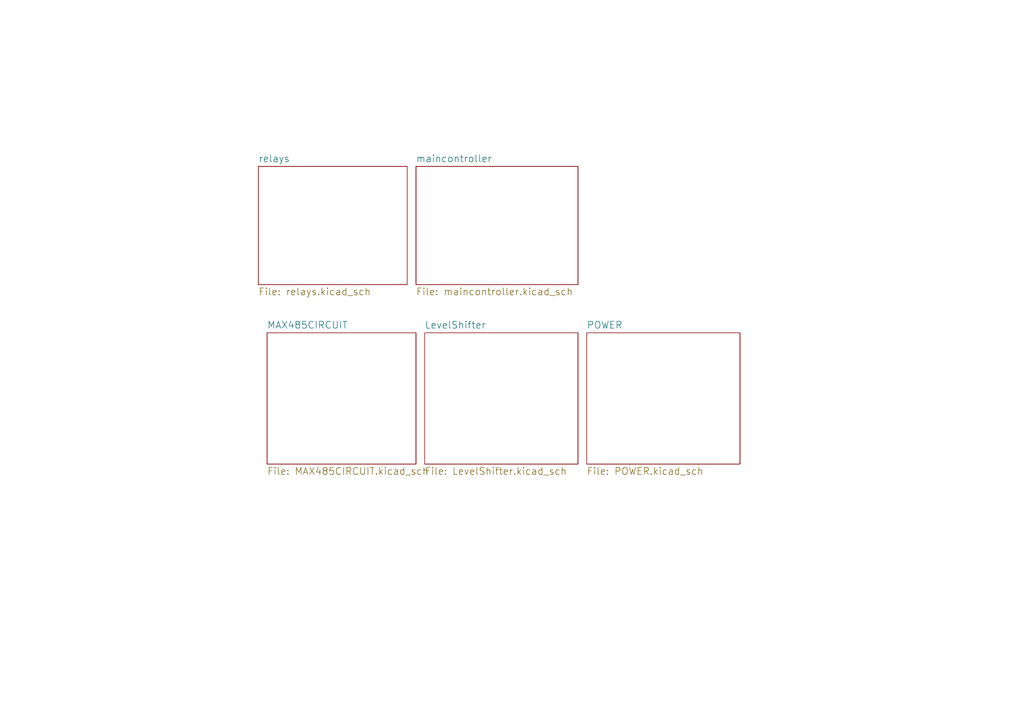
<source format=kicad_sch>
(kicad_sch (version 20211123) (generator eeschema)

  (uuid 68957ca2-4d7a-4b7a-8d35-62740003ef76)

  (paper "A4")

  (lib_symbols
  )


  (sheet (at 123.19 96.52) (size 44.45 38.1) (fields_autoplaced)
    (stroke (width 0) (type solid) (color 0 0 0 0))
    (fill (color 0 0 0 0.0000))
    (uuid 00000000-0000-0000-0000-000062e56299)
    (property "Sheet name" "LevelShifter" (id 0) (at 123.19 95.4401 0)
      (effects (font (size 2.0066 2.0066)) (justify left bottom))
    )
    (property "Sheet file" "LevelShifter.kicad_sch" (id 1) (at 123.19 135.4992 0)
      (effects (font (size 2.0066 2.0066)) (justify left top))
    )
  )

  (sheet (at 77.47 96.52) (size 43.18 38.1) (fields_autoplaced)
    (stroke (width 0) (type solid) (color 0 0 0 0))
    (fill (color 0 0 0 0.0000))
    (uuid 00000000-0000-0000-0000-000062e8cfa7)
    (property "Sheet name" "MAX485CIRCUIT" (id 0) (at 77.47 95.4401 0)
      (effects (font (size 2.0066 2.0066)) (justify left bottom))
    )
    (property "Sheet file" "MAX485CIRCUIT.kicad_sch" (id 1) (at 77.47 135.4992 0)
      (effects (font (size 2.0066 2.0066)) (justify left top))
    )
  )

  (sheet (at 170.18 96.52) (size 44.45 38.1) (fields_autoplaced)
    (stroke (width 0) (type solid) (color 0 0 0 0))
    (fill (color 0 0 0 0.0000))
    (uuid 00000000-0000-0000-0000-000062edbe16)
    (property "Sheet name" "POWER" (id 0) (at 170.18 95.4401 0)
      (effects (font (size 2.0066 2.0066)) (justify left bottom))
    )
    (property "Sheet file" "POWER.kicad_sch" (id 1) (at 170.18 135.4992 0)
      (effects (font (size 2.0066 2.0066)) (justify left top))
    )
  )

  (sheet (at 74.93 48.26) (size 43.18 34.29) (fields_autoplaced)
    (stroke (width 0) (type solid) (color 0 0 0 0))
    (fill (color 0 0 0 0.0000))
    (uuid 00000000-0000-0000-0000-000062efde3c)
    (property "Sheet name" "relays" (id 0) (at 74.93 47.1801 0)
      (effects (font (size 2.0066 2.0066)) (justify left bottom))
    )
    (property "Sheet file" "relays.kicad_sch" (id 1) (at 74.93 83.4292 0)
      (effects (font (size 2.0066 2.0066)) (justify left top))
    )
  )

  (sheet (at 120.65 48.26) (size 46.99 34.29) (fields_autoplaced)
    (stroke (width 0) (type solid) (color 0 0 0 0))
    (fill (color 0 0 0 0.0000))
    (uuid 00000000-0000-0000-0000-000062efe652)
    (property "Sheet name" "maincontroller" (id 0) (at 120.65 47.1801 0)
      (effects (font (size 2.0066 2.0066)) (justify left bottom))
    )
    (property "Sheet file" "maincontroller.kicad_sch" (id 1) (at 120.65 83.4292 0)
      (effects (font (size 2.0066 2.0066)) (justify left top))
    )
  )

  (sheet_instances
    (path "/" (page "1"))
    (path "/00000000-0000-0000-0000-000062efde3c" (page "2"))
    (path "/00000000-0000-0000-0000-000062e8cfa7" (page "3"))
    (path "/00000000-0000-0000-0000-000062efe652" (page "4"))
    (path "/00000000-0000-0000-0000-000062e56299" (page "5"))
    (path "/00000000-0000-0000-0000-000062edbe16" (page "6"))
  )

  (symbol_instances
    (path "/00000000-0000-0000-0000-000062e56299/00000000-0000-0000-0000-000062e721e3"
      (reference "#PWR0101") (unit 1) (value "+5V") (footprint "")
    )
    (path "/00000000-0000-0000-0000-000062e56299/00000000-0000-0000-0000-000062e72207"
      (reference "#PWR0102") (unit 1) (value "+5V") (footprint "")
    )
    (path "/00000000-0000-0000-0000-000062e56299/00000000-0000-0000-0000-000062e72226"
      (reference "#PWR0103") (unit 1) (value "+3.3V") (footprint "")
    )
    (path "/00000000-0000-0000-0000-000062e56299/00000000-0000-0000-0000-000062e7222c"
      (reference "#PWR0104") (unit 1) (value "+3.3V") (footprint "")
    )
    (path "/00000000-0000-0000-0000-000062e8cfa7/00000000-0000-0000-0000-000062e9e0d1"
      (reference "#PWR0105") (unit 1) (value "+5V") (footprint "")
    )
    (path "/00000000-0000-0000-0000-000062e8cfa7/00000000-0000-0000-0000-000062e9e13f"
      (reference "#PWR0106") (unit 1) (value "+5V") (footprint "")
    )
    (path "/00000000-0000-0000-0000-000062e8cfa7/00000000-0000-0000-0000-000062e62dc5"
      (reference "#PWR0107") (unit 1) (value "GND") (footprint "")
    )
    (path "/00000000-0000-0000-0000-000062e8cfa7/00000000-0000-0000-0000-000062e63494"
      (reference "#PWR0108") (unit 1) (value "GND") (footprint "")
    )
    (path "/00000000-0000-0000-0000-000062e8cfa7/00000000-0000-0000-0000-000062e9e181"
      (reference "#PWR0109") (unit 1) (value "+5V") (footprint "")
    )
    (path "/00000000-0000-0000-0000-000062e8cfa7/00000000-0000-0000-0000-000062e64d9f"
      (reference "#PWR0110") (unit 1) (value "GND") (footprint "")
    )
    (path "/00000000-0000-0000-0000-000062e8cfa7/00000000-0000-0000-0000-000062e74155"
      (reference "#PWR0111") (unit 1) (value "GND") (footprint "")
    )
    (path "/00000000-0000-0000-0000-000062edbe16/00000000-0000-0000-0000-000062ef7051"
      (reference "#PWR0112") (unit 1) (value "+3.3V") (footprint "")
    )
    (path "/00000000-0000-0000-0000-000062edbe16/00000000-0000-0000-0000-000062ef7058"
      (reference "#PWR0113") (unit 1) (value "GND") (footprint "")
    )
    (path "/00000000-0000-0000-0000-000062edbe16/00000000-0000-0000-0000-000062ef7072"
      (reference "#PWR0114") (unit 1) (value "+3.3V") (footprint "")
    )
    (path "/00000000-0000-0000-0000-000062edbe16/00000000-0000-0000-0000-000062ef707b"
      (reference "#PWR0115") (unit 1) (value "GND") (footprint "")
    )
    (path "/00000000-0000-0000-0000-000062edbe16/00000000-0000-0000-0000-000062ef7089"
      (reference "#PWR0116") (unit 1) (value "GND") (footprint "")
    )
    (path "/00000000-0000-0000-0000-000062edbe16/00000000-0000-0000-0000-000062ef7099"
      (reference "#PWR0117") (unit 1) (value "+5V") (footprint "")
    )
    (path "/00000000-0000-0000-0000-000062edbe16/00000000-0000-0000-0000-000062ef70a7"
      (reference "#PWR0118") (unit 1) (value "GND") (footprint "")
    )
    (path "/00000000-0000-0000-0000-000062edbe16/00000000-0000-0000-0000-000062ef70b2"
      (reference "#PWR0119") (unit 1) (value "+5V") (footprint "")
    )
    (path "/00000000-0000-0000-0000-000062edbe16/00000000-0000-0000-0000-000062ef70c6"
      (reference "#PWR0120") (unit 1) (value "+5V") (footprint "")
    )
    (path "/00000000-0000-0000-0000-000062edbe16/00000000-0000-0000-0000-000062ef70d4"
      (reference "#PWR0121") (unit 1) (value "GND") (footprint "")
    )
    (path "/00000000-0000-0000-0000-000062efde3c/00000000-0000-0000-0000-000062f15b1b"
      (reference "#PWR0122") (unit 1) (value "GND") (footprint "")
    )
    (path "/00000000-0000-0000-0000-000062efde3c/00000000-0000-0000-0000-000062f15b22"
      (reference "#PWR0123") (unit 1) (value "+5V") (footprint "")
    )
    (path "/00000000-0000-0000-0000-000062efde3c/00000000-0000-0000-0000-000062f15b3a"
      (reference "#PWR0124") (unit 1) (value "+5V") (footprint "")
    )
    (path "/00000000-0000-0000-0000-000062efde3c/00000000-0000-0000-0000-000062f15b41"
      (reference "#PWR0125") (unit 1) (value "+5V") (footprint "")
    )
    (path "/00000000-0000-0000-0000-000062efde3c/00000000-0000-0000-0000-000062f15b48"
      (reference "#PWR0126") (unit 1) (value "+5V") (footprint "")
    )
    (path "/00000000-0000-0000-0000-000062efde3c/00000000-0000-0000-0000-000062f15b50"
      (reference "#PWR0127") (unit 1) (value "+5V") (footprint "")
    )
    (path "/00000000-0000-0000-0000-000062efe652/00000000-0000-0000-0000-000062f1eb8a"
      (reference "#PWR0128") (unit 1) (value "GND") (footprint "")
    )
    (path "/00000000-0000-0000-0000-000062efe652/00000000-0000-0000-0000-000062f1ebb8"
      (reference "#PWR0129") (unit 1) (value "GND") (footprint "")
    )
    (path "/00000000-0000-0000-0000-000062efe652/00000000-0000-0000-0000-000062e91acb"
      (reference "#PWR0130") (unit 1) (value "+3.3V") (footprint "")
    )
    (path "/00000000-0000-0000-0000-000062efe652/00000000-0000-0000-0000-000062f1ebe4"
      (reference "#PWR0131") (unit 1) (value "GND") (footprint "")
    )
    (path "/00000000-0000-0000-0000-000062efe652/00000000-0000-0000-0000-000062f1ebee"
      (reference "#PWR0132") (unit 1) (value "+3.3V") (footprint "")
    )
    (path "/00000000-0000-0000-0000-000062efe652/00000000-0000-0000-0000-000062f1ebf4"
      (reference "#PWR0133") (unit 1) (value "+3.3V") (footprint "")
    )
    (path "/00000000-0000-0000-0000-000062efe652/00000000-0000-0000-0000-000062f1ebfa"
      (reference "#PWR0134") (unit 1) (value "+3.3V") (footprint "")
    )
    (path "/00000000-0000-0000-0000-000062e8cfa7/00000000-0000-0000-0000-000062e954e7"
      (reference "#PWR0135") (unit 1) (value "GND") (footprint "")
    )
    (path "/00000000-0000-0000-0000-000062e8cfa7/00000000-0000-0000-0000-000062e968c1"
      (reference "#PWR0136") (unit 1) (value "GND") (footprint "")
    )
    (path "/00000000-0000-0000-0000-000062efde3c/00000000-0000-0000-0000-000062ec6ca5"
      (reference "#PWR0137") (unit 1) (value "+5V") (footprint "")
    )
    (path "/00000000-0000-0000-0000-000062efde3c/00000000-0000-0000-0000-000062eca098"
      (reference "#PWR0138") (unit 1) (value "+5V") (footprint "")
    )
    (path "/00000000-0000-0000-0000-000062edbe16/e76bc692-e02d-44b1-90d2-4ded5e4a7b61"
      (reference "#PWR?") (unit 1) (value "GND") (footprint "")
    )
    (path "/00000000-0000-0000-0000-000062e8cfa7/00000000-0000-0000-0000-000062e9e0fd"
      (reference "C1") (unit 1) (value "10uf") (footprint "Capacitor_SMD:C_0805_2012Metric_Pad1.15x1.40mm_HandSolder")
    )
    (path "/00000000-0000-0000-0000-000062e8cfa7/00000000-0000-0000-0000-000062e9e103"
      (reference "C2") (unit 1) (value "0.1uf") (footprint "Capacitor_SMD:C_0805_2012Metric_Pad1.15x1.40mm_HandSolder")
    )
    (path "/00000000-0000-0000-0000-000062edbe16/00000000-0000-0000-0000-000062ef7090"
      (reference "C3") (unit 1) (value "1uf") (footprint "Resistor_SMD:R_0805_2012Metric_Pad1.15x1.40mm_HandSolder")
    )
    (path "/00000000-0000-0000-0000-000062edbe16/00000000-0000-0000-0000-000062ef7082"
      (reference "C4") (unit 1) (value "1uf") (footprint "Resistor_SMD:R_0805_2012Metric_Pad1.15x1.40mm_HandSolder")
    )
    (path "/00000000-0000-0000-0000-000062e8cfa7/00000000-0000-0000-0000-000062e9e10e"
      (reference "D1") (unit 1) (value "LED_Small") (footprint "LED_SMD:LED_1206_3216Metric_Pad1.42x1.75mm_HandSolder")
    )
    (path "/00000000-0000-0000-0000-000062edbe16/00000000-0000-0000-0000-000062ef70be"
      (reference "D2") (unit 1) (value "POWER_5LED") (footprint "LED_SMD:LED_1206_3216Metric_Pad1.42x1.75mm_HandSolder")
    )
    (path "/00000000-0000-0000-0000-000062edbe16/00000000-0000-0000-0000-000062ef7067"
      (reference "D3") (unit 1) (value "POWER_3.3LED") (footprint "LED_SMD:LED_1206_3216Metric_Pad1.42x1.75mm_HandSolder")
    )
    (path "/00000000-0000-0000-0000-000062efe652/00000000-0000-0000-0000-000062f1ebd2"
      (reference "D4") (unit 1) (value "LED") (footprint "LED_SMD:LED_1206_3216Metric_Pad1.42x1.75mm_HandSolder")
    )
    (path "/00000000-0000-0000-0000-000062e8cfa7/00000000-0000-0000-0000-000062e9e145"
      (reference "J1") (unit 1) (value "Screw_Terminal_01x03") (footprint "TerminalBlock:TerminalBlock_bornier-3_P5.08mm")
    )
    (path "/00000000-0000-0000-0000-000062edbe16/00000000-0000-0000-0000-000062ef70df"
      (reference "J2") (unit 1) (value "Screw_Terminal_01x02") (footprint "TerminalBlock:TerminalBlock_bornier-2_P5.08mm")
    )
    (path "/00000000-0000-0000-0000-000062efde3c/00000000-0000-0000-0000-000062f15b68"
      (reference "J3") (unit 1) (value "Screw_Terminal_01x03") (footprint "TerminalBlock:TerminalBlock_bornier-3_P5.08mm")
    )
    (path "/00000000-0000-0000-0000-000062efde3c/00000000-0000-0000-0000-000062f15b56"
      (reference "J4") (unit 1) (value "Screw_Terminal_01x03") (footprint "TerminalBlock:TerminalBlock_bornier-3_P5.08mm")
    )
    (path "/00000000-0000-0000-0000-000062efde3c/00000000-0000-0000-0000-000062f15b78"
      (reference "J5") (unit 1) (value "Screw_Terminal_01x03") (footprint "TerminalBlock:TerminalBlock_bornier-3_P5.08mm")
    )
    (path "/00000000-0000-0000-0000-000062efde3c/00000000-0000-0000-0000-000062f15b88"
      (reference "J6") (unit 1) (value "Screw_Terminal_01x03") (footprint "TerminalBlock:TerminalBlock_bornier-3_P5.08mm")
    )
    (path "/00000000-0000-0000-0000-000062efde3c/00000000-0000-0000-0000-000062ec6cb2"
      (reference "J7") (unit 1) (value "Screw_Terminal_01x03") (footprint "TerminalBlock:TerminalBlock_bornier-3_P5.08mm")
    )
    (path "/00000000-0000-0000-0000-000062efde3c/00000000-0000-0000-0000-000062eca09f"
      (reference "J8") (unit 1) (value "Screw_Terminal_01x03") (footprint "TerminalBlock:TerminalBlock_bornier-3_P5.08mm")
    )
    (path "/00000000-0000-0000-0000-000062efde3c/00000000-0000-0000-0000-000062f15af7"
      (reference "K1") (unit 1) (value "SRD-05VDC-SL-C") (footprint "SRD-05VDC-SL-C:RELAY_SRD-05VDC-SL-C")
    )
    (path "/00000000-0000-0000-0000-000062efde3c/00000000-0000-0000-0000-000062f15aff"
      (reference "K2") (unit 1) (value "SRD-05VDC-SL-C") (footprint "SRD-05VDC-SL-C:RELAY_SRD-05VDC-SL-C")
    )
    (path "/00000000-0000-0000-0000-000062efde3c/00000000-0000-0000-0000-000062f15b07"
      (reference "K3") (unit 1) (value "SRD-05VDC-SL-C") (footprint "SRD-05VDC-SL-C:RELAY_SRD-05VDC-SL-C")
    )
    (path "/00000000-0000-0000-0000-000062efde3c/00000000-0000-0000-0000-000062f15b0f"
      (reference "K4") (unit 1) (value "SRD-05VDC-SL-C") (footprint "SRD-05VDC-SL-C:RELAY_SRD-05VDC-SL-C")
    )
    (path "/00000000-0000-0000-0000-000062efde3c/00000000-0000-0000-0000-000062ec6c9e"
      (reference "K5") (unit 1) (value "SRD-05VDC-SL-C") (footprint "SRD-05VDC-SL-C:RELAY_SRD-05VDC-SL-C")
    )
    (path "/00000000-0000-0000-0000-000062efde3c/00000000-0000-0000-0000-000062eca091"
      (reference "K6") (unit 1) (value "SRD-05VDC-SL-C") (footprint "SRD-05VDC-SL-C:RELAY_SRD-05VDC-SL-C")
    )
    (path "/00000000-0000-0000-0000-000062edbe16/00000000-0000-0000-0000-000062ef70cc"
      (reference "PS1") (unit 1) (value "HLK-PM01") (footprint "Converter_ACDC:Converter_ACDC_HiLink_HLK-PMxx")
    )
    (path "/00000000-0000-0000-0000-000062e56299/00000000-0000-0000-0000-000062e721f5"
      (reference "Q1") (unit 1) (value "BSS138") (footprint "Package_TO_SOT_SMD:SOT-23")
    )
    (path "/00000000-0000-0000-0000-000062e56299/00000000-0000-0000-0000-000062e721d1"
      (reference "Q2") (unit 1) (value "BSS138") (footprint "Package_TO_SOT_SMD:SOT-23")
    )
    (path "/00000000-0000-0000-0000-000062e8cfa7/00000000-0000-0000-0000-000062e9e11f"
      (reference "Q3") (unit 1) (value "2N2219") (footprint "Package_TO_SOT_THT:TO-39-3")
    )
    (path "/00000000-0000-0000-0000-000062e56299/00000000-0000-0000-0000-000062e72201"
      (reference "R1") (unit 1) (value "10k") (footprint "Resistor_SMD:R_0805_2012Metric_Pad1.15x1.40mm_HandSolder")
    )
    (path "/00000000-0000-0000-0000-000062e56299/00000000-0000-0000-0000-000062e721fb"
      (reference "R2") (unit 1) (value "10k") (footprint "Resistor_SMD:R_0805_2012Metric_Pad1.15x1.40mm_HandSolder")
    )
    (path "/00000000-0000-0000-0000-000062e56299/00000000-0000-0000-0000-000062e721dd"
      (reference "R3") (unit 1) (value "10k") (footprint "Resistor_SMD:R_0805_2012Metric_Pad1.15x1.40mm_HandSolder")
    )
    (path "/00000000-0000-0000-0000-000062e56299/00000000-0000-0000-0000-000062e721d7"
      (reference "R4") (unit 1) (value "10k") (footprint "Resistor_SMD:R_0805_2012Metric_Pad1.15x1.40mm_HandSolder")
    )
    (path "/00000000-0000-0000-0000-000062e8cfa7/00000000-0000-0000-0000-000062e9e127"
      (reference "R5") (unit 1) (value "1K") (footprint "Resistor_SMD:R_0805_2012Metric_Pad1.15x1.40mm_HandSolder")
    )
    (path "/00000000-0000-0000-0000-000062e8cfa7/00000000-0000-0000-0000-000062e9e0ef"
      (reference "R6") (unit 1) (value "10K") (footprint "Resistor_SMD:R_0805_2012Metric_Pad1.15x1.40mm_HandSolder")
    )
    (path "/00000000-0000-0000-0000-000062e8cfa7/00000000-0000-0000-0000-000062e9e0dd"
      (reference "R7") (unit 1) (value "10K") (footprint "Resistor_SMD:R_0805_2012Metric_Pad1.15x1.40mm_HandSolder")
    )
    (path "/00000000-0000-0000-0000-000062e8cfa7/00000000-0000-0000-0000-000062e9e0d7"
      (reference "R8") (unit 1) (value "10K") (footprint "Resistor_SMD:R_0805_2012Metric_Pad1.15x1.40mm_HandSolder")
    )
    (path "/00000000-0000-0000-0000-000062e8cfa7/00000000-0000-0000-0000-000062e9e0e3"
      (reference "R9") (unit 1) (value "10K") (footprint "Resistor_SMD:R_0805_2012Metric_Pad1.15x1.40mm_HandSolder")
    )
    (path "/00000000-0000-0000-0000-000062e8cfa7/00000000-0000-0000-0000-000062e9e0e9"
      (reference "R10") (unit 1) (value "10K") (footprint "Resistor_SMD:R_0805_2012Metric_Pad1.15x1.40mm_HandSolder")
    )
    (path "/00000000-0000-0000-0000-000062e8cfa7/00000000-0000-0000-0000-000062e9e114"
      (reference "R11") (unit 1) (value "1K") (footprint "Resistor_SMD:R_0805_2012Metric_Pad1.15x1.40mm_HandSolder")
    )
    (path "/00000000-0000-0000-0000-000062e8cfa7/00000000-0000-0000-0000-000062e9e167"
      (reference "R12") (unit 1) (value "20K") (footprint "Resistor_SMD:R_0805_2012Metric_Pad1.15x1.40mm_HandSolder")
    )
    (path "/00000000-0000-0000-0000-000062e8cfa7/00000000-0000-0000-0000-000062e9e16d"
      (reference "R13") (unit 1) (value "20K") (footprint "Resistor_SMD:R_0805_2012Metric_Pad1.15x1.40mm_HandSolder")
    )
    (path "/00000000-0000-0000-0000-000062e8cfa7/00000000-0000-0000-0000-000062e9e15c"
      (reference "R14") (unit 1) (value "120") (footprint "Resistor_SMD:R_0805_2012Metric_Pad1.15x1.40mm_HandSolder")
    )
    (path "/00000000-0000-0000-0000-000062edbe16/00000000-0000-0000-0000-000062ef70b8"
      (reference "R15") (unit 1) (value "330R") (footprint "Resistor_SMD:R_0805_2012Metric_Pad1.15x1.40mm_HandSolder")
    )
    (path "/00000000-0000-0000-0000-000062edbe16/00000000-0000-0000-0000-000062ef7061"
      (reference "R16") (unit 1) (value "330R") (footprint "Resistor_SMD:R_0805_2012Metric_Pad1.15x1.40mm_HandSolder")
    )
    (path "/00000000-0000-0000-0000-000062efe652/00000000-0000-0000-0000-000062f1ebdb"
      (reference "R17") (unit 1) (value "1k") (footprint "Resistor_SMD:R_0805_2012Metric_Pad1.15x1.40mm_HandSolder")
    )
    (path "/00000000-0000-0000-0000-000062efe652/00000000-0000-0000-0000-000062f1eb9e"
      (reference "R18") (unit 1) (value "10K") (footprint "Resistor_SMD:R_0805_2012Metric_Pad1.15x1.40mm_HandSolder")
    )
    (path "/00000000-0000-0000-0000-000062efe652/00000000-0000-0000-0000-000062f1eb98"
      (reference "R19") (unit 1) (value "10K") (footprint "Resistor_SMD:R_0805_2012Metric_Pad1.15x1.40mm_HandSolder")
    )
    (path "/00000000-0000-0000-0000-000062efe652/00000000-0000-0000-0000-000062f1ebaa"
      (reference "R20") (unit 1) (value "10K") (footprint "Resistor_SMD:R_0805_2012Metric_Pad1.15x1.40mm_HandSolder")
    )
    (path "/00000000-0000-0000-0000-000062efe652/00000000-0000-0000-0000-000062f1ebb0"
      (reference "R21") (unit 1) (value "10K") (footprint "Resistor_SMD:R_0805_2012Metric_Pad1.15x1.40mm_HandSolder")
    )
    (path "/00000000-0000-0000-0000-000062e8cfa7/00000000-0000-0000-0000-000062e9e0be"
      (reference "U1") (unit 1) (value "MAX485E") (footprint "Package_DIP:DIP-8_W7.62mm")
    )
    (path "/00000000-0000-0000-0000-000062edbe16/00000000-0000-0000-0000-000062ef70a1"
      (reference "U2") (unit 1) (value "AP2112K-3.3") (footprint "Package_TO_SOT_SMD:SOT-23-5")
    )
    (path "/00000000-0000-0000-0000-000062efde3c/00000000-0000-0000-0000-000062f15b15"
      (reference "U3") (unit 1) (value "ULN2803A") (footprint "Package_SO:SOIC-18W_7.5x11.6mm_P1.27mm")
    )
    (path "/00000000-0000-0000-0000-000062efe652/00000000-0000-0000-0000-000062f1eb90"
      (reference "U4") (unit 1) (value "ESP-12E") (footprint "ESP8266:ESP-12E")
    )
  )
)

</source>
